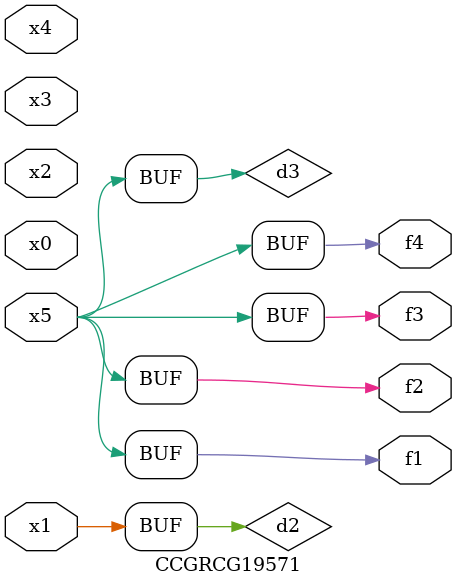
<source format=v>
module CCGRCG19571(
	input x0, x1, x2, x3, x4, x5,
	output f1, f2, f3, f4
);

	wire d1, d2, d3;

	not (d1, x5);
	or (d2, x1);
	xnor (d3, d1);
	assign f1 = d3;
	assign f2 = d3;
	assign f3 = d3;
	assign f4 = d3;
endmodule

</source>
